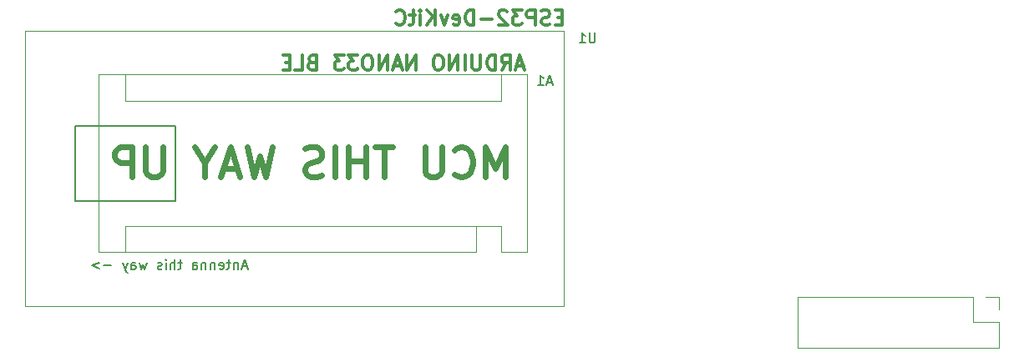
<source format=gbr>
%TF.GenerationSoftware,KiCad,Pcbnew,(6.0.5-0)*%
%TF.CreationDate,2022-06-29T18:32:03+01:00*%
%TF.ProjectId,revised_minh_design,72657669-7365-4645-9f6d-696e685f6465,rev?*%
%TF.SameCoordinates,Original*%
%TF.FileFunction,Legend,Bot*%
%TF.FilePolarity,Positive*%
%FSLAX46Y46*%
G04 Gerber Fmt 4.6, Leading zero omitted, Abs format (unit mm)*
G04 Created by KiCad (PCBNEW (6.0.5-0)) date 2022-06-29 18:32:03*
%MOMM*%
%LPD*%
G01*
G04 APERTURE LIST*
%ADD10C,0.200000*%
%ADD11C,0.600000*%
%ADD12C,0.300000*%
%ADD13C,0.150000*%
%ADD14C,0.120000*%
G04 APERTURE END LIST*
D10*
X49530000Y-65786000D02*
X59690000Y-65786000D01*
X59690000Y-65786000D02*
X59690000Y-58166000D01*
X59690000Y-58166000D02*
X49530000Y-58166000D01*
X49530000Y-58166000D02*
X49530000Y-65786000D01*
D11*
X93120285Y-63333142D02*
X93120285Y-60333142D01*
X92120285Y-62476000D01*
X91120285Y-60333142D01*
X91120285Y-63333142D01*
X87977428Y-63047428D02*
X88120285Y-63190285D01*
X88548857Y-63333142D01*
X88834571Y-63333142D01*
X89263142Y-63190285D01*
X89548857Y-62904571D01*
X89691714Y-62618857D01*
X89834571Y-62047428D01*
X89834571Y-61618857D01*
X89691714Y-61047428D01*
X89548857Y-60761714D01*
X89263142Y-60476000D01*
X88834571Y-60333142D01*
X88548857Y-60333142D01*
X88120285Y-60476000D01*
X87977428Y-60618857D01*
X86691714Y-60333142D02*
X86691714Y-62761714D01*
X86548857Y-63047428D01*
X86406000Y-63190285D01*
X86120285Y-63333142D01*
X85548857Y-63333142D01*
X85263142Y-63190285D01*
X85120285Y-63047428D01*
X84977428Y-62761714D01*
X84977428Y-60333142D01*
X81691714Y-60333142D02*
X79977428Y-60333142D01*
X80834571Y-63333142D02*
X80834571Y-60333142D01*
X78977428Y-63333142D02*
X78977428Y-60333142D01*
X78977428Y-61761714D02*
X77263142Y-61761714D01*
X77263142Y-63333142D02*
X77263142Y-60333142D01*
X75834571Y-63333142D02*
X75834571Y-60333142D01*
X74548857Y-63190285D02*
X74120285Y-63333142D01*
X73406000Y-63333142D01*
X73120285Y-63190285D01*
X72977428Y-63047428D01*
X72834571Y-62761714D01*
X72834571Y-62476000D01*
X72977428Y-62190285D01*
X73120285Y-62047428D01*
X73406000Y-61904571D01*
X73977428Y-61761714D01*
X74263142Y-61618857D01*
X74406000Y-61476000D01*
X74548857Y-61190285D01*
X74548857Y-60904571D01*
X74406000Y-60618857D01*
X74263142Y-60476000D01*
X73977428Y-60333142D01*
X73263142Y-60333142D01*
X72834571Y-60476000D01*
X69548857Y-60333142D02*
X68834571Y-63333142D01*
X68263142Y-61190285D01*
X67691714Y-63333142D01*
X66977428Y-60333142D01*
X65977428Y-62476000D02*
X64548857Y-62476000D01*
X66263142Y-63333142D02*
X65263142Y-60333142D01*
X64263142Y-63333142D01*
X62691714Y-61904571D02*
X62691714Y-63333142D01*
X63691714Y-60333142D02*
X62691714Y-61904571D01*
X61691714Y-60333142D01*
X58406000Y-60333142D02*
X58406000Y-62761714D01*
X58263142Y-63047428D01*
X58120285Y-63190285D01*
X57834571Y-63333142D01*
X57263142Y-63333142D01*
X56977428Y-63190285D01*
X56834571Y-63047428D01*
X56691714Y-62761714D01*
X56691714Y-60333142D01*
X55263142Y-63333142D02*
X55263142Y-60333142D01*
X54120285Y-60333142D01*
X53834571Y-60476000D01*
X53691714Y-60618857D01*
X53548857Y-60904571D01*
X53548857Y-61333142D01*
X53691714Y-61618857D01*
X53834571Y-61761714D01*
X54120285Y-61904571D01*
X55263142Y-61904571D01*
D12*
X98943857Y-47136857D02*
X98443857Y-47136857D01*
X98229571Y-47922571D02*
X98943857Y-47922571D01*
X98943857Y-46422571D01*
X98229571Y-46422571D01*
X97658142Y-47851142D02*
X97443857Y-47922571D01*
X97086714Y-47922571D01*
X96943857Y-47851142D01*
X96872428Y-47779714D01*
X96801000Y-47636857D01*
X96801000Y-47494000D01*
X96872428Y-47351142D01*
X96943857Y-47279714D01*
X97086714Y-47208285D01*
X97372428Y-47136857D01*
X97515285Y-47065428D01*
X97586714Y-46994000D01*
X97658142Y-46851142D01*
X97658142Y-46708285D01*
X97586714Y-46565428D01*
X97515285Y-46494000D01*
X97372428Y-46422571D01*
X97015285Y-46422571D01*
X96801000Y-46494000D01*
X96158142Y-47922571D02*
X96158142Y-46422571D01*
X95586714Y-46422571D01*
X95443857Y-46494000D01*
X95372428Y-46565428D01*
X95301000Y-46708285D01*
X95301000Y-46922571D01*
X95372428Y-47065428D01*
X95443857Y-47136857D01*
X95586714Y-47208285D01*
X96158142Y-47208285D01*
X94801000Y-46422571D02*
X93872428Y-46422571D01*
X94372428Y-46994000D01*
X94158142Y-46994000D01*
X94015285Y-47065428D01*
X93943857Y-47136857D01*
X93872428Y-47279714D01*
X93872428Y-47636857D01*
X93943857Y-47779714D01*
X94015285Y-47851142D01*
X94158142Y-47922571D01*
X94586714Y-47922571D01*
X94729571Y-47851142D01*
X94801000Y-47779714D01*
X93301000Y-46565428D02*
X93229571Y-46494000D01*
X93086714Y-46422571D01*
X92729571Y-46422571D01*
X92586714Y-46494000D01*
X92515285Y-46565428D01*
X92443857Y-46708285D01*
X92443857Y-46851142D01*
X92515285Y-47065428D01*
X93372428Y-47922571D01*
X92443857Y-47922571D01*
X91801000Y-47351142D02*
X90658142Y-47351142D01*
X89943857Y-47922571D02*
X89943857Y-46422571D01*
X89586714Y-46422571D01*
X89372428Y-46494000D01*
X89229571Y-46636857D01*
X89158142Y-46779714D01*
X89086714Y-47065428D01*
X89086714Y-47279714D01*
X89158142Y-47565428D01*
X89229571Y-47708285D01*
X89372428Y-47851142D01*
X89586714Y-47922571D01*
X89943857Y-47922571D01*
X87872428Y-47851142D02*
X88015285Y-47922571D01*
X88301000Y-47922571D01*
X88443857Y-47851142D01*
X88515285Y-47708285D01*
X88515285Y-47136857D01*
X88443857Y-46994000D01*
X88301000Y-46922571D01*
X88015285Y-46922571D01*
X87872428Y-46994000D01*
X87801000Y-47136857D01*
X87801000Y-47279714D01*
X88515285Y-47422571D01*
X87301000Y-46922571D02*
X86943857Y-47922571D01*
X86586714Y-46922571D01*
X86015285Y-47922571D02*
X86015285Y-46422571D01*
X85158142Y-47922571D02*
X85801000Y-47065428D01*
X85158142Y-46422571D02*
X86015285Y-47279714D01*
X84515285Y-47922571D02*
X84515285Y-46922571D01*
X84515285Y-46422571D02*
X84586714Y-46494000D01*
X84515285Y-46565428D01*
X84443857Y-46494000D01*
X84515285Y-46422571D01*
X84515285Y-46565428D01*
X84015285Y-46922571D02*
X83443857Y-46922571D01*
X83801000Y-46422571D02*
X83801000Y-47708285D01*
X83729571Y-47851142D01*
X83586714Y-47922571D01*
X83443857Y-47922571D01*
X82086714Y-47779714D02*
X82158142Y-47851142D01*
X82372428Y-47922571D01*
X82515285Y-47922571D01*
X82729571Y-47851142D01*
X82872428Y-47708285D01*
X82943857Y-47565428D01*
X83015285Y-47279714D01*
X83015285Y-47065428D01*
X82943857Y-46779714D01*
X82872428Y-46636857D01*
X82729571Y-46494000D01*
X82515285Y-46422571D01*
X82372428Y-46422571D01*
X82158142Y-46494000D01*
X82086714Y-46565428D01*
D13*
X66935952Y-72429666D02*
X66459761Y-72429666D01*
X67031190Y-72715380D02*
X66697857Y-71715380D01*
X66364523Y-72715380D01*
X66031190Y-72048714D02*
X66031190Y-72715380D01*
X66031190Y-72143952D02*
X65983571Y-72096333D01*
X65888333Y-72048714D01*
X65745476Y-72048714D01*
X65650238Y-72096333D01*
X65602619Y-72191571D01*
X65602619Y-72715380D01*
X65269285Y-72048714D02*
X64888333Y-72048714D01*
X65126428Y-71715380D02*
X65126428Y-72572523D01*
X65078809Y-72667761D01*
X64983571Y-72715380D01*
X64888333Y-72715380D01*
X64174047Y-72667761D02*
X64269285Y-72715380D01*
X64459761Y-72715380D01*
X64555000Y-72667761D01*
X64602619Y-72572523D01*
X64602619Y-72191571D01*
X64555000Y-72096333D01*
X64459761Y-72048714D01*
X64269285Y-72048714D01*
X64174047Y-72096333D01*
X64126428Y-72191571D01*
X64126428Y-72286809D01*
X64602619Y-72382047D01*
X63697857Y-72048714D02*
X63697857Y-72715380D01*
X63697857Y-72143952D02*
X63650238Y-72096333D01*
X63555000Y-72048714D01*
X63412142Y-72048714D01*
X63316904Y-72096333D01*
X63269285Y-72191571D01*
X63269285Y-72715380D01*
X62793095Y-72048714D02*
X62793095Y-72715380D01*
X62793095Y-72143952D02*
X62745476Y-72096333D01*
X62650238Y-72048714D01*
X62507380Y-72048714D01*
X62412142Y-72096333D01*
X62364523Y-72191571D01*
X62364523Y-72715380D01*
X61459761Y-72715380D02*
X61459761Y-72191571D01*
X61507380Y-72096333D01*
X61602619Y-72048714D01*
X61793095Y-72048714D01*
X61888333Y-72096333D01*
X61459761Y-72667761D02*
X61555000Y-72715380D01*
X61793095Y-72715380D01*
X61888333Y-72667761D01*
X61935952Y-72572523D01*
X61935952Y-72477285D01*
X61888333Y-72382047D01*
X61793095Y-72334428D01*
X61555000Y-72334428D01*
X61459761Y-72286809D01*
X60364523Y-72048714D02*
X59983571Y-72048714D01*
X60221666Y-71715380D02*
X60221666Y-72572523D01*
X60174047Y-72667761D01*
X60078809Y-72715380D01*
X59983571Y-72715380D01*
X59650238Y-72715380D02*
X59650238Y-71715380D01*
X59221666Y-72715380D02*
X59221666Y-72191571D01*
X59269285Y-72096333D01*
X59364523Y-72048714D01*
X59507380Y-72048714D01*
X59602619Y-72096333D01*
X59650238Y-72143952D01*
X58745476Y-72715380D02*
X58745476Y-72048714D01*
X58745476Y-71715380D02*
X58793095Y-71763000D01*
X58745476Y-71810619D01*
X58697857Y-71763000D01*
X58745476Y-71715380D01*
X58745476Y-71810619D01*
X58316904Y-72667761D02*
X58221666Y-72715380D01*
X58031190Y-72715380D01*
X57935952Y-72667761D01*
X57888333Y-72572523D01*
X57888333Y-72524904D01*
X57935952Y-72429666D01*
X58031190Y-72382047D01*
X58174047Y-72382047D01*
X58269285Y-72334428D01*
X58316904Y-72239190D01*
X58316904Y-72191571D01*
X58269285Y-72096333D01*
X58174047Y-72048714D01*
X58031190Y-72048714D01*
X57935952Y-72096333D01*
X56793095Y-72048714D02*
X56602619Y-72715380D01*
X56412142Y-72239190D01*
X56221666Y-72715380D01*
X56031190Y-72048714D01*
X55221666Y-72715380D02*
X55221666Y-72191571D01*
X55269285Y-72096333D01*
X55364523Y-72048714D01*
X55555000Y-72048714D01*
X55650238Y-72096333D01*
X55221666Y-72667761D02*
X55316904Y-72715380D01*
X55555000Y-72715380D01*
X55650238Y-72667761D01*
X55697857Y-72572523D01*
X55697857Y-72477285D01*
X55650238Y-72382047D01*
X55555000Y-72334428D01*
X55316904Y-72334428D01*
X55221666Y-72286809D01*
X54840714Y-72048714D02*
X54602619Y-72715380D01*
X54364523Y-72048714D02*
X54602619Y-72715380D01*
X54697857Y-72953476D01*
X54745476Y-73001095D01*
X54840714Y-73048714D01*
X53221666Y-72334428D02*
X52459761Y-72334428D01*
X51983571Y-72048714D02*
X51221666Y-72334428D01*
X51983571Y-72620142D01*
D12*
X94982571Y-52066000D02*
X94268285Y-52066000D01*
X95125428Y-52494571D02*
X94625428Y-50994571D01*
X94125428Y-52494571D01*
X92768285Y-52494571D02*
X93268285Y-51780285D01*
X93625428Y-52494571D02*
X93625428Y-50994571D01*
X93054000Y-50994571D01*
X92911142Y-51066000D01*
X92839714Y-51137428D01*
X92768285Y-51280285D01*
X92768285Y-51494571D01*
X92839714Y-51637428D01*
X92911142Y-51708857D01*
X93054000Y-51780285D01*
X93625428Y-51780285D01*
X92125428Y-52494571D02*
X92125428Y-50994571D01*
X91768285Y-50994571D01*
X91554000Y-51066000D01*
X91411142Y-51208857D01*
X91339714Y-51351714D01*
X91268285Y-51637428D01*
X91268285Y-51851714D01*
X91339714Y-52137428D01*
X91411142Y-52280285D01*
X91554000Y-52423142D01*
X91768285Y-52494571D01*
X92125428Y-52494571D01*
X90625428Y-50994571D02*
X90625428Y-52208857D01*
X90554000Y-52351714D01*
X90482571Y-52423142D01*
X90339714Y-52494571D01*
X90054000Y-52494571D01*
X89911142Y-52423142D01*
X89839714Y-52351714D01*
X89768285Y-52208857D01*
X89768285Y-50994571D01*
X89054000Y-52494571D02*
X89054000Y-50994571D01*
X88339714Y-52494571D02*
X88339714Y-50994571D01*
X87482571Y-52494571D01*
X87482571Y-50994571D01*
X86482571Y-50994571D02*
X86196857Y-50994571D01*
X86054000Y-51066000D01*
X85911142Y-51208857D01*
X85839714Y-51494571D01*
X85839714Y-51994571D01*
X85911142Y-52280285D01*
X86054000Y-52423142D01*
X86196857Y-52494571D01*
X86482571Y-52494571D01*
X86625428Y-52423142D01*
X86768285Y-52280285D01*
X86839714Y-51994571D01*
X86839714Y-51494571D01*
X86768285Y-51208857D01*
X86625428Y-51066000D01*
X86482571Y-50994571D01*
X84054000Y-52494571D02*
X84054000Y-50994571D01*
X83196857Y-52494571D01*
X83196857Y-50994571D01*
X82554000Y-52066000D02*
X81839714Y-52066000D01*
X82696857Y-52494571D02*
X82196857Y-50994571D01*
X81696857Y-52494571D01*
X81196857Y-52494571D02*
X81196857Y-50994571D01*
X80339714Y-52494571D01*
X80339714Y-50994571D01*
X79339714Y-50994571D02*
X79054000Y-50994571D01*
X78911142Y-51066000D01*
X78768285Y-51208857D01*
X78696857Y-51494571D01*
X78696857Y-51994571D01*
X78768285Y-52280285D01*
X78911142Y-52423142D01*
X79054000Y-52494571D01*
X79339714Y-52494571D01*
X79482571Y-52423142D01*
X79625428Y-52280285D01*
X79696857Y-51994571D01*
X79696857Y-51494571D01*
X79625428Y-51208857D01*
X79482571Y-51066000D01*
X79339714Y-50994571D01*
X78196857Y-50994571D02*
X77268285Y-50994571D01*
X77768285Y-51566000D01*
X77554000Y-51566000D01*
X77411142Y-51637428D01*
X77339714Y-51708857D01*
X77268285Y-51851714D01*
X77268285Y-52208857D01*
X77339714Y-52351714D01*
X77411142Y-52423142D01*
X77554000Y-52494571D01*
X77982571Y-52494571D01*
X78125428Y-52423142D01*
X78196857Y-52351714D01*
X76768285Y-50994571D02*
X75839714Y-50994571D01*
X76339714Y-51566000D01*
X76125428Y-51566000D01*
X75982571Y-51637428D01*
X75911142Y-51708857D01*
X75839714Y-51851714D01*
X75839714Y-52208857D01*
X75911142Y-52351714D01*
X75982571Y-52423142D01*
X76125428Y-52494571D01*
X76554000Y-52494571D01*
X76696857Y-52423142D01*
X76768285Y-52351714D01*
X73554000Y-51708857D02*
X73339714Y-51780285D01*
X73268285Y-51851714D01*
X73196857Y-51994571D01*
X73196857Y-52208857D01*
X73268285Y-52351714D01*
X73339714Y-52423142D01*
X73482571Y-52494571D01*
X74054000Y-52494571D01*
X74054000Y-50994571D01*
X73554000Y-50994571D01*
X73411142Y-51066000D01*
X73339714Y-51137428D01*
X73268285Y-51280285D01*
X73268285Y-51423142D01*
X73339714Y-51566000D01*
X73411142Y-51637428D01*
X73554000Y-51708857D01*
X74054000Y-51708857D01*
X71839714Y-52494571D02*
X72554000Y-52494571D01*
X72554000Y-50994571D01*
X71339714Y-51708857D02*
X70839714Y-51708857D01*
X70625428Y-52494571D02*
X71339714Y-52494571D01*
X71339714Y-50994571D01*
X70625428Y-50994571D01*
D13*
%TO.C,U1*%
X102234904Y-48728380D02*
X102234904Y-49537904D01*
X102187285Y-49633142D01*
X102139666Y-49680761D01*
X102044428Y-49728380D01*
X101853952Y-49728380D01*
X101758714Y-49680761D01*
X101711095Y-49633142D01*
X101663476Y-49537904D01*
X101663476Y-48728380D01*
X100663476Y-49728380D02*
X101234904Y-49728380D01*
X100949190Y-49728380D02*
X100949190Y-48728380D01*
X101044428Y-48871238D01*
X101139666Y-48966476D01*
X101234904Y-49014095D01*
%TO.C,A1*%
X97869285Y-53760666D02*
X97393095Y-53760666D01*
X97964523Y-54046380D02*
X97631190Y-53046380D01*
X97297857Y-54046380D01*
X96440714Y-54046380D02*
X97012142Y-54046380D01*
X96726428Y-54046380D02*
X96726428Y-53046380D01*
X96821666Y-53189238D01*
X96916904Y-53284476D01*
X97012142Y-53332095D01*
D14*
%TO.C,U1*%
X99055000Y-48514000D02*
X99055000Y-76454000D01*
X44455000Y-48514000D02*
X44455000Y-76454000D01*
X99055000Y-76454000D02*
X44455000Y-76454000D01*
X99055000Y-48514000D02*
X44455000Y-48514000D01*
%TO.C,J4*%
X143189000Y-75505000D02*
X141859000Y-75505000D01*
X143189000Y-80705000D02*
X143189000Y-78105000D01*
X140589000Y-75505000D02*
X122749000Y-75505000D01*
X143189000Y-80705000D02*
X122749000Y-80705000D01*
X143189000Y-76835000D02*
X143189000Y-75505000D01*
X140589000Y-78105000D02*
X140589000Y-75505000D01*
X122749000Y-80705000D02*
X122749000Y-75505000D01*
X143189000Y-78105000D02*
X140589000Y-78105000D01*
%TO.C,A1*%
X90170000Y-68326000D02*
X92710000Y-68326000D01*
X54610000Y-55626000D02*
X54610000Y-52956000D01*
X92710000Y-55626000D02*
X54610000Y-55626000D01*
X92710000Y-68326000D02*
X92710000Y-70996000D01*
X90170000Y-68326000D02*
X90170000Y-70996000D01*
X90170000Y-68326000D02*
X54610000Y-68326000D01*
X54610000Y-68326000D02*
X54610000Y-70996000D01*
X95380000Y-52956000D02*
X95380000Y-70996000D01*
X92710000Y-55626000D02*
X92710000Y-52956000D01*
X95380000Y-70996000D02*
X92710000Y-70996000D01*
X51940000Y-52956000D02*
X95380000Y-52956000D01*
X90170000Y-70996000D02*
X51940000Y-70996000D01*
X51940000Y-70996000D02*
X51940000Y-52956000D01*
%TD*%
M02*

</source>
